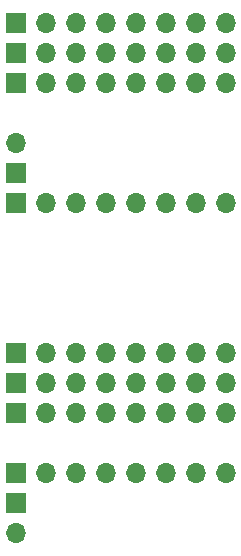
<source format=gbr>
%TF.SameCoordinates,Original*%
%TF.FileFunction,Soldermask,Bot*%
%TF.FilePolarity,Negative*%
%FSLAX46Y46*%
G04 Gerber Fmt 4.6, Leading zero omitted, Abs format (unit mm)*
%MOMM*%
%LPD*%
G01*
G04 APERTURE LIST*
%ADD10R,1.700000X1.700000*%
%ADD11O,1.700000X1.700000*%
G04 APERTURE END LIST*
D10*
%TO.C,J6*%
X127000000Y-73660000D03*
D11*
X129540000Y-73660000D03*
X132080000Y-73660000D03*
X134620000Y-73660000D03*
X137160000Y-73660000D03*
X139700000Y-73660000D03*
X142240000Y-73660000D03*
X144780000Y-73660000D03*
%TD*%
D10*
%TO.C,J9*%
X127000000Y-66040000D03*
D11*
X129540000Y-66040000D03*
X132080000Y-66040000D03*
X134620000Y-66040000D03*
X137160000Y-66040000D03*
X139700000Y-66040000D03*
X142240000Y-66040000D03*
X144780000Y-66040000D03*
%TD*%
D10*
%TO.C,J10*%
X127000000Y-68580000D03*
D11*
X129540000Y-68580000D03*
X132080000Y-68580000D03*
X134620000Y-68580000D03*
X137160000Y-68580000D03*
X139700000Y-68580000D03*
X142240000Y-68580000D03*
X144780000Y-68580000D03*
%TD*%
D10*
%TO.C,J2*%
X127000000Y-40640000D03*
D11*
X129540000Y-40640000D03*
X132080000Y-40640000D03*
X134620000Y-40640000D03*
X137160000Y-40640000D03*
X139700000Y-40640000D03*
X142240000Y-40640000D03*
X144780000Y-40640000D03*
%TD*%
D10*
%TO.C,J7*%
X127000000Y-63500000D03*
D11*
X129540000Y-63500000D03*
X132080000Y-63500000D03*
X134620000Y-63500000D03*
X137160000Y-63500000D03*
X139700000Y-63500000D03*
X142240000Y-63500000D03*
X144780000Y-63500000D03*
%TD*%
D10*
%TO.C,J1*%
X127000000Y-50800000D03*
D11*
X129540000Y-50800000D03*
X132080000Y-50800000D03*
X134620000Y-50800000D03*
X137160000Y-50800000D03*
X139700000Y-50800000D03*
X142240000Y-50800000D03*
X144780000Y-50800000D03*
%TD*%
D10*
%TO.C,J5*%
X127000000Y-35560000D03*
D11*
X129540000Y-35560000D03*
X132080000Y-35560000D03*
X134620000Y-35560000D03*
X137160000Y-35560000D03*
X139700000Y-35560000D03*
X142240000Y-35560000D03*
X144780000Y-35560000D03*
%TD*%
D10*
%TO.C,J4*%
X127000000Y-38100000D03*
D11*
X129540000Y-38100000D03*
X132080000Y-38100000D03*
X134620000Y-38100000D03*
X137160000Y-38100000D03*
X139700000Y-38100000D03*
X142240000Y-38100000D03*
X144780000Y-38100000D03*
%TD*%
D10*
%TO.C,J8*%
X127000000Y-76200000D03*
D11*
X127000000Y-78740000D03*
%TD*%
D10*
%TO.C,J3*%
X127000000Y-48260000D03*
D11*
X127000000Y-45720000D03*
%TD*%
M02*

</source>
